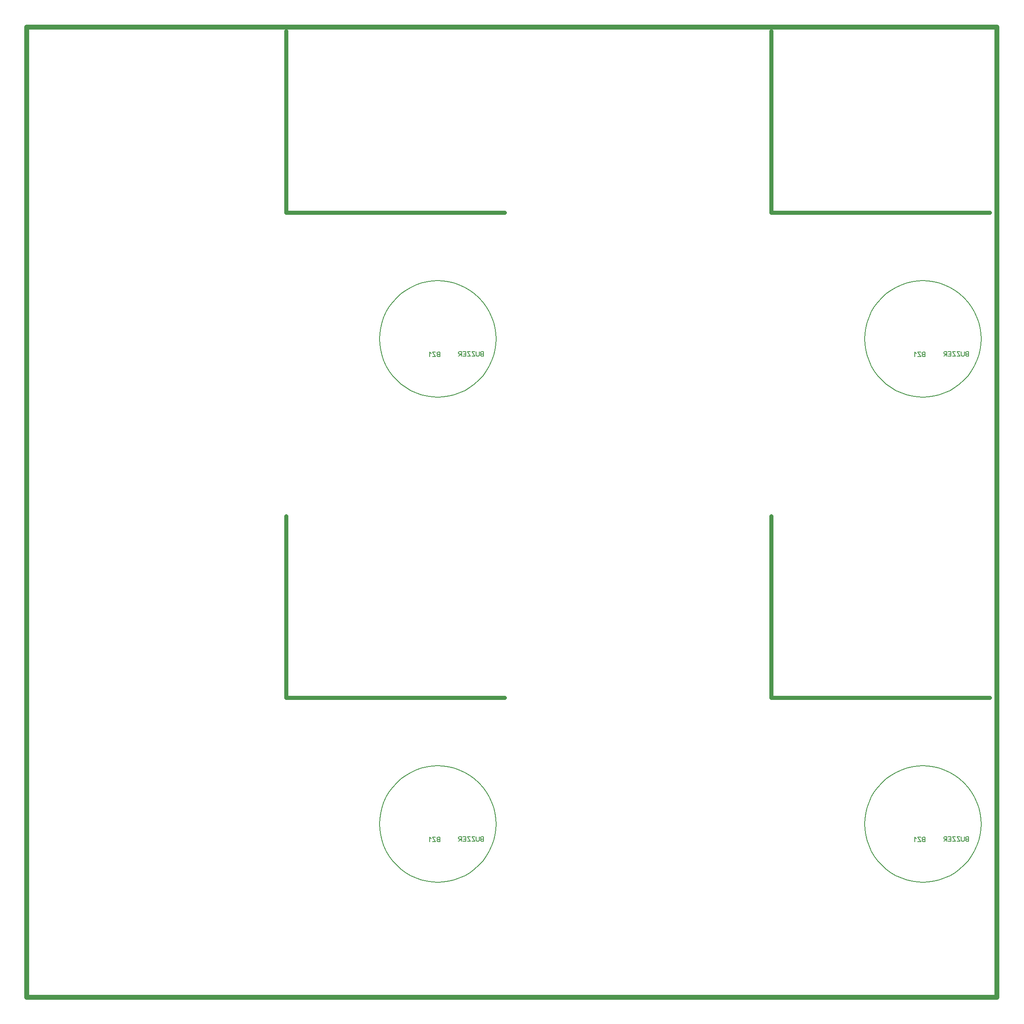
<source format=gbo>
%FSLAX24Y24*%
%MOIN*%
%ADD10C,0.0060*%
%ADD11C,0.0069*%
%ADD12C,0.0320*%
%ADD13C,0.0394*%
D10*
G01X32893Y12821D02*
X32893Y13179D01*
X33012Y13060D01*
X33131Y13179D02*
X33369Y12821D01*
X33131Y12821D01*
X33369Y13179D02*
X33131Y13179D01*
X33488Y12881D02*
X33488Y12940D01*
X33548Y13000D01*
X33488Y13060D02*
X33548Y13000D01*
X33488Y13119D02*
X33488Y13060D01*
X33548Y12821D02*
X33488Y12881D01*
X33548Y13000D02*
X33726Y13000D01*
X33548Y13179D02*
X33488Y13119D01*
X33726Y12821D02*
X33548Y12821D01*
X33726Y12821D02*
X33726Y13179D01*
X33548Y13179D01*
X72263Y12821D02*
X72263Y13179D01*
X72382Y13060D01*
X72501Y13179D02*
X72739Y12821D01*
X72501Y12821D01*
X72739Y13179D02*
X72501Y13179D01*
X72858Y12881D02*
X72858Y12940D01*
X72918Y13000D01*
X72858Y13060D02*
X72918Y13000D01*
X72858Y13119D02*
X72858Y13060D01*
X72918Y12821D02*
X72858Y12881D01*
X72918Y13000D02*
X73096Y13000D01*
X72918Y13179D02*
X72858Y13119D01*
X73096Y12821D02*
X72918Y12821D01*
X73096Y12821D02*
X73096Y13179D01*
X72918Y13179D01*
X32893Y52192D02*
X32893Y52549D01*
X33012Y52430D01*
X33131Y52549D02*
X33369Y52192D01*
X33131Y52192D01*
X33369Y52549D02*
X33131Y52549D01*
X33488Y52251D02*
X33488Y52311D01*
X33548Y52370D01*
X33488Y52430D02*
X33548Y52370D01*
X33488Y52489D02*
X33488Y52430D01*
X33548Y52192D02*
X33488Y52251D01*
X33548Y52370D02*
X33726Y52370D01*
X33548Y52549D02*
X33488Y52489D01*
X33726Y52192D02*
X33548Y52192D01*
X33726Y52192D02*
X33726Y52549D01*
X33548Y52549D01*
X72263Y52192D02*
X72263Y52549D01*
X72382Y52430D01*
X72501Y52549D02*
X72739Y52192D01*
X72501Y52192D01*
X72739Y52549D02*
X72501Y52549D01*
X72858Y52251D02*
X72858Y52311D01*
X72918Y52370D01*
X72858Y52430D02*
X72918Y52370D01*
X72858Y52489D02*
X72858Y52430D01*
X72918Y52192D02*
X72858Y52251D01*
X72918Y52370D02*
X73096Y52370D01*
X72918Y52549D02*
X72858Y52489D01*
X73096Y52192D02*
X72918Y52192D01*
X73096Y52192D02*
X73096Y52549D01*
X72918Y52549D01*
X35238Y13087D02*
X35298Y13028D01*
X35238Y13147D02*
X35238Y13087D01*
X35298Y13028D02*
X35476Y13028D01*
X35298Y13206D02*
X35238Y13147D01*
X35476Y12849D02*
X35476Y13206D01*
X35476Y13028D02*
X35238Y12849D01*
X35476Y13206D02*
X35298Y13206D01*
X35655Y13028D02*
X35833Y13028D01*
X35833Y12849D02*
X35595Y12849D01*
X35833Y12849D02*
X35833Y13206D01*
X35595Y13206D01*
X35952Y13206D02*
X36190Y12849D01*
X35952Y12849D01*
X36190Y13206D02*
X35952Y13206D01*
X36310Y13206D02*
X36548Y12849D01*
X36310Y12849D01*
X36548Y13206D02*
X36310Y13206D01*
X36667Y12909D02*
X36667Y13206D01*
X36726Y12849D02*
X36667Y12909D01*
X36845Y12849D02*
X36726Y12849D01*
X36905Y12909D02*
X36845Y12849D01*
X36905Y13206D02*
X36905Y12909D01*
X37024Y12909D02*
X37024Y12968D01*
X37083Y13028D01*
X37024Y13087D02*
X37083Y13028D01*
X37024Y13147D02*
X37024Y13087D01*
X37083Y12849D02*
X37024Y12909D01*
X37083Y13028D02*
X37262Y13028D01*
X37083Y13206D02*
X37024Y13147D01*
X37262Y12849D02*
X37083Y12849D01*
X37262Y12849D02*
X37262Y13206D01*
X37083Y13206D01*
X74608Y13087D02*
X74668Y13028D01*
X74608Y13147D02*
X74608Y13087D01*
X74668Y13028D02*
X74846Y13028D01*
X74668Y13206D02*
X74608Y13147D01*
X74846Y12849D02*
X74846Y13206D01*
X74846Y13028D02*
X74608Y12849D01*
X74846Y13206D02*
X74668Y13206D01*
X75025Y13028D02*
X75203Y13028D01*
X75203Y12849D02*
X74965Y12849D01*
X75203Y12849D02*
X75203Y13206D01*
X74965Y13206D01*
X75322Y13206D02*
X75561Y12849D01*
X75322Y12849D01*
X75561Y13206D02*
X75322Y13206D01*
X75680Y13206D02*
X75918Y12849D01*
X75680Y12849D01*
X75918Y13206D02*
X75680Y13206D01*
X76037Y12909D02*
X76037Y13206D01*
X76096Y12849D02*
X76037Y12909D01*
X76215Y12849D02*
X76096Y12849D01*
X76275Y12909D02*
X76215Y12849D01*
X76275Y13206D02*
X76275Y12909D01*
X76394Y12909D02*
X76394Y12968D01*
X76453Y13028D01*
X76394Y13087D02*
X76453Y13028D01*
X76394Y13147D02*
X76394Y13087D01*
X76453Y12849D02*
X76394Y12909D01*
X76453Y13028D02*
X76632Y13028D01*
X76453Y13206D02*
X76394Y13147D01*
X76632Y12849D02*
X76453Y12849D01*
X76632Y12849D02*
X76632Y13206D01*
X76453Y13206D01*
X35238Y52457D02*
X35298Y52398D01*
X35238Y52517D02*
X35238Y52457D01*
X35298Y52398D02*
X35476Y52398D01*
X35298Y52576D02*
X35238Y52517D01*
X35476Y52219D02*
X35476Y52576D01*
X35476Y52398D02*
X35238Y52219D01*
X35476Y52576D02*
X35298Y52576D01*
X35655Y52398D02*
X35833Y52398D01*
X35833Y52219D02*
X35595Y52219D01*
X35833Y52219D02*
X35833Y52576D01*
X35595Y52576D01*
X35952Y52576D02*
X36190Y52219D01*
X35952Y52219D01*
X36190Y52576D02*
X35952Y52576D01*
X36310Y52576D02*
X36548Y52219D01*
X36310Y52219D01*
X36548Y52576D02*
X36310Y52576D01*
X36667Y52279D02*
X36667Y52576D01*
X36726Y52219D02*
X36667Y52279D01*
X36845Y52219D02*
X36726Y52219D01*
X36905Y52279D02*
X36845Y52219D01*
X36905Y52576D02*
X36905Y52279D01*
X37024Y52279D02*
X37024Y52338D01*
X37083Y52398D01*
X37024Y52457D02*
X37083Y52398D01*
X37024Y52517D02*
X37024Y52457D01*
X37083Y52219D02*
X37024Y52279D01*
X37083Y52398D02*
X37262Y52398D01*
X37083Y52576D02*
X37024Y52517D01*
X37262Y52219D02*
X37083Y52219D01*
X37262Y52219D02*
X37262Y52576D01*
X37083Y52576D01*
X74608Y52457D02*
X74668Y52398D01*
X74608Y52517D02*
X74608Y52457D01*
X74668Y52398D02*
X74846Y52398D01*
X74668Y52576D02*
X74608Y52517D01*
X74846Y52219D02*
X74846Y52576D01*
X74846Y52398D02*
X74608Y52219D01*
X74846Y52576D02*
X74668Y52576D01*
X75025Y52398D02*
X75203Y52398D01*
X75203Y52219D02*
X74965Y52219D01*
X75203Y52219D02*
X75203Y52576D01*
X74965Y52576D01*
X75322Y52576D02*
X75561Y52219D01*
X75322Y52219D01*
X75561Y52576D02*
X75322Y52576D01*
X75680Y52576D02*
X75918Y52219D01*
X75680Y52219D01*
X75918Y52576D02*
X75680Y52576D01*
X76037Y52279D02*
X76037Y52576D01*
X76096Y52219D02*
X76037Y52279D01*
X76215Y52219D02*
X76096Y52219D01*
X76275Y52279D02*
X76215Y52219D01*
X76275Y52576D02*
X76275Y52279D01*
X76394Y52279D02*
X76394Y52338D01*
X76453Y52398D01*
X76394Y52457D02*
X76453Y52398D01*
X76394Y52517D02*
X76394Y52457D01*
X76453Y52219D02*
X76394Y52279D01*
X76453Y52398D02*
X76632Y52398D01*
X76453Y52576D02*
X76394Y52517D01*
X76632Y52219D02*
X76453Y52219D01*
X76632Y52219D02*
X76632Y52576D01*
X76453Y52576D01*
D11*
G01X28823Y14250D02*
X28844Y14703D01*
X28844Y13797D02*
X28823Y14250D01*
X28844Y14703D02*
X28909Y15152D01*
X28909Y13348D02*
X28844Y13797D01*
X28909Y15152D02*
X29017Y15595D01*
X29017Y12905D02*
X28909Y13348D01*
X29017Y15595D02*
X29169Y16028D01*
X29169Y12472D02*
X29017Y12905D01*
X29169Y16028D02*
X29363Y16447D01*
X29363Y12053D02*
X29169Y12472D01*
X29363Y16447D02*
X29601Y16850D01*
X29601Y11650D02*
X29363Y12053D01*
X29601Y16850D02*
X29882Y17232D01*
X29882Y11268D02*
X29601Y11650D01*
X29882Y17232D02*
X30207Y17591D01*
X30207Y10909D02*
X29882Y11268D01*
X30207Y17591D02*
X30565Y17915D01*
X30565Y10585D02*
X30207Y10909D01*
X30565Y17915D02*
X30948Y18196D01*
X30948Y10304D02*
X30565Y10585D01*
X30948Y18196D02*
X31350Y18434D01*
X31350Y10066D02*
X30948Y10304D01*
X31350Y18434D02*
X31769Y18628D01*
X31769Y9872D02*
X31350Y10066D01*
X31769Y18628D02*
X32202Y18780D01*
X32202Y9720D02*
X31769Y9872D01*
X32202Y18780D02*
X32645Y18888D01*
X32645Y9612D02*
X32202Y9720D01*
X32645Y18888D02*
X33094Y18953D01*
X33094Y9547D02*
X32645Y9612D01*
X33094Y18953D02*
X33547Y18974D01*
X33547Y9526D02*
X33094Y9547D01*
X33547Y18974D02*
X34000Y18953D01*
X34000Y9547D02*
X33547Y9526D01*
X34000Y18953D02*
X34450Y18888D01*
X34450Y9612D02*
X34000Y9547D01*
X34450Y18888D02*
X34892Y18780D01*
X34892Y9720D02*
X34450Y9612D01*
X34892Y18780D02*
X35325Y18628D01*
X35325Y9872D02*
X34892Y9720D01*
X35325Y18628D02*
X35744Y18434D01*
X35744Y10066D02*
X35325Y9872D01*
X35744Y18434D02*
X36147Y18196D01*
X36147Y10304D02*
X35744Y10066D01*
X36147Y18196D02*
X36529Y17915D01*
X36529Y10585D02*
X36147Y10304D01*
X36529Y17915D02*
X36888Y17591D01*
X36888Y10909D02*
X36529Y10585D01*
X36888Y17591D02*
X37212Y17232D01*
X37212Y11268D02*
X36888Y10909D01*
X37212Y17232D02*
X37493Y16850D01*
X37493Y11650D02*
X37212Y11268D01*
X37493Y16850D02*
X37731Y16447D01*
X37731Y12053D02*
X37493Y11650D01*
X37731Y16447D02*
X37926Y16028D01*
X37926Y12472D02*
X37731Y12053D01*
X37926Y16028D02*
X38077Y15595D01*
X38077Y12905D02*
X37926Y12472D01*
X38077Y15595D02*
X38185Y15152D01*
X38185Y13348D02*
X38077Y12905D01*
X38185Y15152D02*
X38250Y14703D01*
X38250Y13797D02*
X38185Y13348D01*
X38250Y14703D02*
X38272Y14250D01*
X38250Y13797D01*
X68193Y14250D02*
X68215Y14703D01*
X68215Y13797D02*
X68193Y14250D01*
X68215Y14703D02*
X68279Y15152D01*
X68279Y13348D02*
X68215Y13797D01*
X68279Y15152D02*
X68388Y15595D01*
X68388Y12905D02*
X68279Y13348D01*
X68388Y15595D02*
X68539Y16028D01*
X68539Y12472D02*
X68388Y12905D01*
X68539Y16028D02*
X68733Y16447D01*
X68733Y12053D02*
X68539Y12472D01*
X68733Y16447D02*
X68971Y16850D01*
X68971Y11650D02*
X68733Y12053D01*
X68971Y16850D02*
X69252Y17232D01*
X69252Y11268D02*
X68971Y11650D01*
X69252Y17232D02*
X69577Y17591D01*
X69577Y10909D02*
X69252Y11268D01*
X69577Y17591D02*
X69935Y17915D01*
X69935Y10585D02*
X69577Y10909D01*
X69935Y17915D02*
X70318Y18196D01*
X70318Y10304D02*
X69935Y10585D01*
X70318Y18196D02*
X70720Y18434D01*
X70720Y10066D02*
X70318Y10304D01*
X70720Y18434D02*
X71140Y18628D01*
X71140Y9872D02*
X70720Y10066D01*
X71140Y18628D02*
X71572Y18780D01*
X71572Y9720D02*
X71140Y9872D01*
X71572Y18780D02*
X72015Y18888D01*
X72015Y9612D02*
X71572Y9720D01*
X72015Y18888D02*
X72464Y18953D01*
X72464Y9547D02*
X72015Y9612D01*
X72464Y18953D02*
X72917Y18974D01*
X72917Y9526D02*
X72464Y9547D01*
X72917Y18974D02*
X73370Y18953D01*
X73370Y9547D02*
X72917Y9526D01*
X73370Y18953D02*
X73820Y18888D01*
X73820Y9612D02*
X73370Y9547D01*
X73820Y18888D02*
X74262Y18780D01*
X74262Y9720D02*
X73820Y9612D01*
X74262Y18780D02*
X74695Y18628D01*
X74695Y9872D02*
X74262Y9720D01*
X74695Y18628D02*
X75114Y18434D01*
X75114Y10066D02*
X74695Y9872D01*
X75114Y18434D02*
X75517Y18196D01*
X75517Y10304D02*
X75114Y10066D01*
X75517Y18196D02*
X75899Y17915D01*
X75899Y10585D02*
X75517Y10304D01*
X75899Y17915D02*
X76258Y17591D01*
X76258Y10909D02*
X75899Y10585D01*
X76258Y17591D02*
X76582Y17232D01*
X76582Y11268D02*
X76258Y10909D01*
X76582Y17232D02*
X76863Y16850D01*
X76863Y11650D02*
X76582Y11268D01*
X76863Y16850D02*
X77101Y16447D01*
X77101Y12053D02*
X76863Y11650D01*
X77101Y16447D02*
X77296Y16028D01*
X77296Y12472D02*
X77101Y12053D01*
X77296Y16028D02*
X77447Y15595D01*
X77447Y12905D02*
X77296Y12472D01*
X77447Y15595D02*
X77555Y15152D01*
X77555Y13348D02*
X77447Y12905D01*
X77555Y15152D02*
X77620Y14703D01*
X77620Y13797D02*
X77555Y13348D01*
X77620Y14703D02*
X77642Y14250D01*
X77620Y13797D01*
X28823Y53620D02*
X28844Y54073D01*
X28844Y53167D02*
X28823Y53620D01*
X28844Y54073D02*
X28909Y54522D01*
X28909Y52718D02*
X28844Y53167D01*
X28909Y54522D02*
X29017Y54965D01*
X29017Y52275D02*
X28909Y52718D01*
X29017Y54965D02*
X29169Y55398D01*
X29169Y51842D02*
X29017Y52275D01*
X29169Y55398D02*
X29363Y55817D01*
X29363Y51423D02*
X29169Y51842D01*
X29363Y55817D02*
X29601Y56220D01*
X29601Y51021D02*
X29363Y51423D01*
X29601Y56220D02*
X29882Y56602D01*
X29882Y50638D02*
X29601Y51021D01*
X29882Y56602D02*
X30207Y56961D01*
X30207Y50279D02*
X29882Y50638D01*
X30207Y56961D02*
X30565Y57285D01*
X30565Y49955D02*
X30207Y50279D01*
X30565Y57285D02*
X30948Y57566D01*
X30948Y49674D02*
X30565Y49955D01*
X30948Y57566D02*
X31350Y57804D01*
X31350Y49436D02*
X30948Y49674D01*
X31350Y57804D02*
X31769Y57999D01*
X31769Y49242D02*
X31350Y49436D01*
X31769Y57999D02*
X32202Y58150D01*
X32202Y49090D02*
X31769Y49242D01*
X32202Y58150D02*
X32645Y58258D01*
X32645Y48982D02*
X32202Y49090D01*
X32645Y58258D02*
X33094Y58323D01*
X33094Y48917D02*
X32645Y48982D01*
X33094Y58323D02*
X33547Y58344D01*
X33547Y48896D02*
X33094Y48917D01*
X33547Y58344D02*
X34000Y58323D01*
X34000Y48917D02*
X33547Y48896D01*
X34000Y58323D02*
X34450Y58258D01*
X34450Y48982D02*
X34000Y48917D01*
X34450Y58258D02*
X34892Y58150D01*
X34892Y49090D02*
X34450Y48982D01*
X34892Y58150D02*
X35325Y57999D01*
X35325Y49242D02*
X34892Y49090D01*
X35325Y57999D02*
X35744Y57804D01*
X35744Y49436D02*
X35325Y49242D01*
X35744Y57804D02*
X36147Y57566D01*
X36147Y49674D02*
X35744Y49436D01*
X36147Y57566D02*
X36529Y57285D01*
X36529Y49955D02*
X36147Y49674D01*
X36529Y57285D02*
X36888Y56961D01*
X36888Y50279D02*
X36529Y49955D01*
X36888Y56961D02*
X37212Y56602D01*
X37212Y50638D02*
X36888Y50279D01*
X37212Y56602D02*
X37493Y56220D01*
X37493Y51021D02*
X37212Y50638D01*
X37493Y56220D02*
X37731Y55817D01*
X37731Y51423D02*
X37493Y51021D01*
X37731Y55817D02*
X37926Y55398D01*
X37926Y51842D02*
X37731Y51423D01*
X37926Y55398D02*
X38077Y54965D01*
X38077Y52275D02*
X37926Y51842D01*
X38077Y54965D02*
X38185Y54522D01*
X38185Y52718D02*
X38077Y52275D01*
X38185Y54522D02*
X38250Y54073D01*
X38250Y53167D02*
X38185Y52718D01*
X38250Y54073D02*
X38272Y53620D01*
X38250Y53167D01*
X68193Y53620D02*
X68215Y54073D01*
X68215Y53167D02*
X68193Y53620D01*
X68215Y54073D02*
X68279Y54522D01*
X68279Y52718D02*
X68215Y53167D01*
X68279Y54522D02*
X68388Y54965D01*
X68388Y52275D02*
X68279Y52718D01*
X68388Y54965D02*
X68539Y55398D01*
X68539Y51842D02*
X68388Y52275D01*
X68539Y55398D02*
X68733Y55817D01*
X68733Y51423D02*
X68539Y51842D01*
X68733Y55817D02*
X68971Y56220D01*
X68971Y51021D02*
X68733Y51423D01*
X68971Y56220D02*
X69252Y56602D01*
X69252Y50638D02*
X68971Y51021D01*
X69252Y56602D02*
X69577Y56961D01*
X69577Y50279D02*
X69252Y50638D01*
X69577Y56961D02*
X69935Y57285D01*
X69935Y49955D02*
X69577Y50279D01*
X69935Y57285D02*
X70318Y57566D01*
X70318Y49674D02*
X69935Y49955D01*
X70318Y57566D02*
X70720Y57804D01*
X70720Y49436D02*
X70318Y49674D01*
X70720Y57804D02*
X71140Y57999D01*
X71140Y49242D02*
X70720Y49436D01*
X71140Y57999D02*
X71572Y58150D01*
X71572Y49090D02*
X71140Y49242D01*
X71572Y58150D02*
X72015Y58258D01*
X72015Y48982D02*
X71572Y49090D01*
X72015Y58258D02*
X72464Y58323D01*
X72464Y48917D02*
X72015Y48982D01*
X72464Y58323D02*
X72917Y58344D01*
X72917Y48896D02*
X72464Y48917D01*
X72917Y58344D02*
X73370Y58323D01*
X73370Y48917D02*
X72917Y48896D01*
X73370Y58323D02*
X73820Y58258D01*
X73820Y48982D02*
X73370Y48917D01*
X73820Y58258D02*
X74262Y58150D01*
X74262Y49090D02*
X73820Y48982D01*
X74262Y58150D02*
X74695Y57999D01*
X74695Y49242D02*
X74262Y49090D01*
X74695Y57999D02*
X75114Y57804D01*
X75114Y49436D02*
X74695Y49242D01*
X75114Y57804D02*
X75517Y57566D01*
X75517Y49674D02*
X75114Y49436D01*
X75517Y57566D02*
X75899Y57285D01*
X75899Y49955D02*
X75517Y49674D01*
X75899Y57285D02*
X76258Y56961D01*
X76258Y50279D02*
X75899Y49955D01*
X76258Y56961D02*
X76582Y56602D01*
X76582Y50638D02*
X76258Y50279D01*
X76582Y56602D02*
X76863Y56220D01*
X76863Y51021D02*
X76582Y50638D01*
X76863Y56220D02*
X77101Y55817D01*
X77101Y51423D02*
X76863Y51021D01*
X77101Y55817D02*
X77296Y55398D01*
X77296Y51842D02*
X77101Y51423D01*
X77296Y55398D02*
X77447Y54965D01*
X77447Y52275D02*
X77296Y51842D01*
X77447Y54965D02*
X77555Y54522D01*
X77555Y52718D02*
X77447Y52275D01*
X77555Y54522D02*
X77620Y54073D01*
X77620Y53167D02*
X77555Y52718D01*
X77620Y54073D02*
X77642Y53620D01*
X77620Y53167D01*
D12*
G01X21250Y24500D02*
X39000Y24500D01*
X21250Y39210D02*
X21250Y24500D01*
X60620Y24500D02*
X78370Y24500D01*
X60620Y39210D02*
X60620Y24500D01*
X21250Y63870D02*
X39000Y63870D01*
X21250Y78580D02*
X21250Y63870D01*
X60620Y63870D02*
X78370Y63870D01*
X60620Y78580D02*
X60620Y63870D01*
D13*
G01X197Y197D02*
X197Y78937D01*
X78937Y78937D01*
X78937Y197D01*
X197Y197D01*
M02*

</source>
